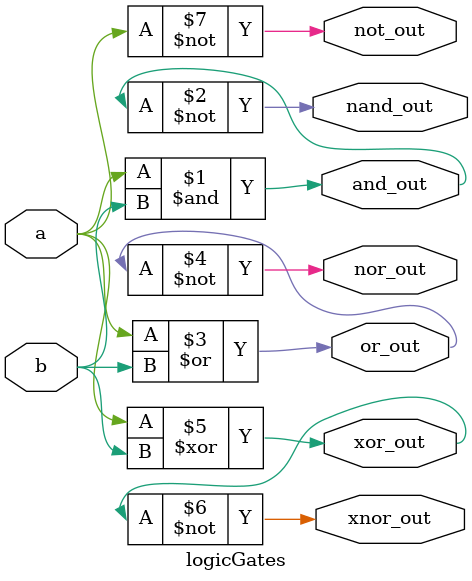
<source format=v>
module logicGates (a, b, and_out, nand_out, or_out, nor_out, xor_out, xnor_out, not_out);

input a, b;
output and_out, nand_out, or_out, nor_out, xor_out, xnor_out, not_out;
assign and_out = a & b;
assign nand_out = ~and_out;
assign or_out = a | b;
assign nor_out = ~or_out;
assign xor_out = a ^ b;
assign xnor_out = ~xor_out;
assign not_out = ~a;

endmodule

</source>
